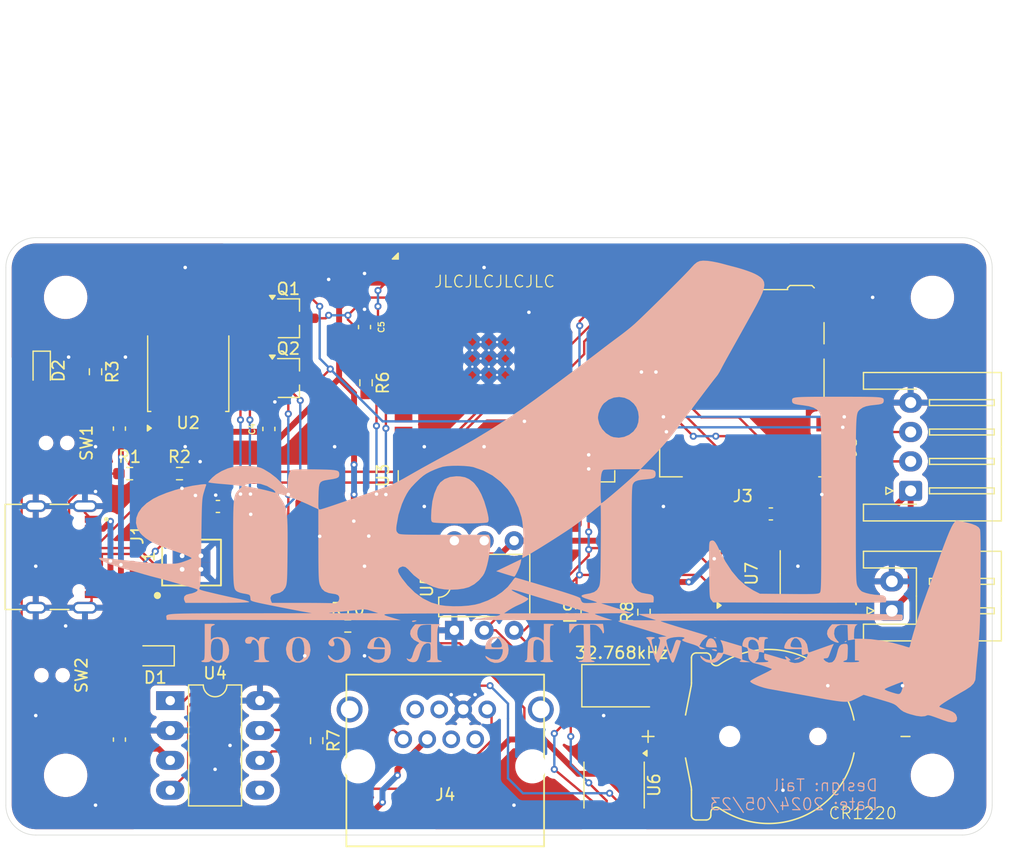
<source format=kicad_pcb>
(kicad_pcb (version 20240108) (generator "pcbnew") (generator_version "8.0")
  (layers (0 "F.Cu" signal) (31 "B.Cu" signal) (34 "B.Paste" user) (35 "F.Paste" user) (36 "B.SilkS" user "B.Silkscreen") (37 "F.SilkS" user "F.Silkscreen") (38 "B.Mask" user) (39 "F.Mask" user) (44 "Edge.Cuts" user))
  (net 0 "")
  (net 1 "GND")
  (net 2 "ext.5V")
  (net 3 "Net-(U1-V3)")
  (net 4 "3.3V")
  (net 5 "EN")
  (net 6 "IO 0")
  (net 7 "Net-(D1-A)")
  (net 8 "Net-(D2-A)")
  (net 9 "DN")
  (net 10 "DP")
  (net 13 "Net-(J1-CC2)")
  (net 14 "Net-(J1-CC1)")
  (net 16 "CLK")
  (net 17 "DAT0")
  (net 20 "DAT3")
  (net 21 "CMD")
  (net 30 "Net-(U4-CANH)")
  (net 32 "Net-(U4-CANL)")
  (net 33 "UART2-GPStoESP")
  (net 34 "UART2-ESPtoGPS")
  (net 35 "RTS")
  (net 36 "Net-(Q1-B)")
  (net 37 "Net-(Q2-B)")
  (net 38 "DTR")
  (net 39 "SDA")
  (net 40 "SCL")
  (net 41 "K-TX>RX")
  (net 42 "32-TX>RX")
  (net 60 "CANTX")
  (net 64 "CANRX")
  (net 68 "Net-(U6-VBAT)")
  (net 69 "Net-(U6-SQW{slash}OUT)")
  (net 70 "Net-(U6-X2)")
  (net 71 "Net-(U6-X1)")
  (footprint "RF_Module:ESP32-WROOM-32E" (layer "F.Cu") (at 192.405 78.94)
    (property "Reference" "U3")
    (property "Value" "ESP32-WROOM-32E")
  )
  (footprint "MountingHole:MountingHole_3.2mm_M3" (layer "F.Cu") (at 154.94 116.84)
    (property "Reference" "REF**" (hide yes))
    (property "Value" "MountingHole_3.2mm_M3" (hide yes))
  )
  (footprint "Package_DIP:DIP-6_W7.62mm" (layer "F.Cu") (at 187.975 104.511 90)
    (property "Reference" "U5")
    (property "Value" "akizuki-BMX055")
  )
  (footprint "snapEDA:NELTRON_5077CR-16SMC2-BK-TR" (layer "F.Cu") (at 156.08 98.27 -90)
    (property "Reference" "J1")
    (property "Value" "5077CR-16SMC2-BK-TR")
  )
  (footprint "Resistor_SMD:R_0603_1608Metric_Pad0.98x0.95mm_HandSolder" (layer "F.Cu") (at 180.467 83.4625 -90)
    (property "Reference" "R6")
    (property "Value" "10k")
  )
  (footprint "SparkFun-Capacitor:C_0603_1608Metric" (layer "F.Cu") (at 159.512 113.805 90)
    (property "Reference" "C7")
    (property "Value" "0.1μ")
  )
  (footprint "Resistor_SMD:R_0603_1608Metric_Pad0.98x0.95mm_HandSolder" (layer "F.Cu") (at 157.48 82.5265 -90)
    (property "Reference" "R3")
    (property "Value" "1k")
  )
  (footprint "Connector_JST:JST_XH_S4B-XH-A-1_1x04_P2.50mm_Horizontal" (layer "F.Cu") (at 226.75 92.65 90)
    (property "Reference" "J5")
    (property "Value" "B4B-XH-A_LF__SN_")
  )
  (footprint "Button_Switch_additional:TVAF06-A020B-R" (layer "F.Cu") (at 153.786 108.331)
    (property "Reference" "SW2")
    (property "Value" "SW_Push")
  )
  (footprint "SparkFun-Capacitor:C_0603_1608Metric" (layer "F.Cu") (at 164.579 93.98)
    (property "Reference" "C2")
    (property "Value" "0.1μ")
  )
  (footprint "Package_TO_SOT_SMD:SC-59_Handsoldering" (layer "F.Cu") (at 173.864 83.058)
    (property "Reference" "Q2")
    (property "Value" "2SC2712-GR")
  )
  (footprint "LED_SMD:LED_0603_1608Metric_Pad1.05x0.95mm_HandSolder" (layer "F.Cu") (at 152.908 82.437 -90)
    (property "Reference" "D2")
    (property "Value" "LED")
  )
  (footprint "Resistor_SMD:R_0603_1608Metric_Pad0.98x0.95mm_HandSolder" (layer "F.Cu") (at 204.089 102.9735 90)
    (property "Reference" "R8")
    (property "Value" "10k")
  )
  (footprint "SparkFun-Capacitor:C_0603_1608Metric" (layer "F.Cu") (at 167.881 93.98)
    (property "Reference" "C1")
    (property "Value" "0.1μ")
  )
  (footprint "Connector_JST:JST_XH_S2B-XH-A_1x02_P2.50mm_Horizontal" (layer "F.Cu") (at 225.15 102.85 90)
    (property "Reference" "J2")
    (property "Value" "B2B-XH-A_LF__SN_")
  )
  (footprint "SparkFun-Capacitor:C_0603_1608Metric" (layer "F.Cu") (at 202.184 94.615 180)
    (property "Reference" "C6")
    (property "Value" "0.1μ")
  )
  (footprint "SparkFun-Capacitor:C_0603_1608Metric" (layer "F.Cu") (at 172.212 87.389 90)
    (property "Reference" "C4")
    (property "Value" "22μF")
  )
  (footprint "Button_Switch_additional:TVAF06-A020B-R" (layer "F.Cu") (at 154.178 88.58 180)
    (property "Reference" "SW1")
    (property "Value" "SW_Push" (hide yes))
  )
  (footprint "Resistor_SMD:R_0603_1608Metric_Pad0.98x0.95mm_HandSolder" (layer "F.Cu") (at 164.6155 91.186)
    (property "Reference" "R2")
    (property "Value" "5.1k")
  )
  (footprint "Diode_SMD:D_SOD-323F" (layer "F.Cu") (at 162.56 106.68 180)
    (property "Reference" "D1")
    (property "Value" "CUHS20F30")
  )
  (footprint "SparkFun-Capacitor:C_0603_1608Metric" (layer "F.Cu") (at 159.512 87.363 90)
    (property "Reference" "C3")
    (property "Value" "10μF")
  )
  (footprint "SparkFun-Capacitor:C_0603_1608Metric" (layer "F.Cu") (at 214.871 94.615)
    (property "Reference" "C8")
    (property "Value" "100μF")
  )
  (footprint "Package_SO:SOIC-8_3.9x4.9mm_P1.27mm" (layer "F.Cu") (at 201.549 117.667 -90)
    (property "Reference" "U6")
    (property "Value" "DS1307ZN+")
  )
  (footprint "Resistor_SMD:R_0603_1608Metric_Pad0.98x0.95mm_HandSolder" (layer "F.Cu") (at 171.4265 97.028)
    (property "Reference" "R5")
    (property "Value" "10k")
  )
  (footprint "Crystal:Crystal_SMD_5032-2Pin_5.0x3.2mm" (layer "F.Cu") (at 201.858 109.22)
    (property "Reference" "Y1" (hide yes))
    (property "Value" "32.768kHz")
  )
  (footprint "Package_TO_SOT_SMD:SC-59_Handsoldering" (layer "F.Cu") (at 173.864 77.978)
    (property "Reference" "Q1")
    (property "Value" "2SC2712-GR")
  )
  (footprint "MountingHole:MountingHole_3.2mm_M3" (layer "F.Cu") (at 154.94 76.2)
    (property "Reference" "REF**" (hide yes))
    (property "Value" "MountingHole_3.2mm_M3" (hide yes))
  )
  (footprint "Resistor_SMD:R_0603_1608Metric_Pad0.98x0.95mm_HandSolder" (layer "F.Cu") (at 160.3775 91.186)
    (property "Reference" "R1")
    (property "Value" "5.1k")
  )
  (footprint "MountingHole:MountingHole_3.2mm_M3" (layer "F.Cu") (at 228.6 76.2)
    (property "Reference" "REF**" (hide yes))
    (property "Value" "MountingHole_3.2mm_M3" (hide yes))
  )
  (footprint "MountingHole:MountingHole_3.2mm_M3" (layer "F.Cu") (at 228.6 116.84)
    (property "Reference" "REF**" (hide yes))
    (property "Value" "MountingHole_3.2mm_M3" (hide yes))
  )
  (footprint "Resistor_SMD:R_0603_1608Metric_Pad0.98x0.95mm_HandSolder" (layer "F.Cu") (at 178.9195 104.14)
    (property "Reference" "R10")
    (property "Value" "4.7k or 5.1k")
  )
  (footprint "Connector_Card:microSD_HC_Hirose_DM3AT-SF-PEJM5" (layer "F.Cu") (at 212.415 83.575 180)
    (property "Reference" "J3")
    (property "Value" "DM3AT-SF-PEJM5")
  )
  (footprint "0my_project:ESSOP-10_CH224K" (layer "F.Cu") (at 165.64 98.75 90)
    (property "Reference" "U1")
    (property "Value" "CH340K")
  )
  (footprint "Resistor_SMD:R_0603_1608Metric_Pad0.98x0.95mm_HandSolder" (layer "F.Cu") (at 176.276 113.8955 -90)
    (property "Reference" "R7")
    (property "Value" "120")
  )
  (footprint "Package_SO:SOIC-8_3.9x4.9mm_P1.27mm" (layer "F.Cu") (at 213.106 99.695 90)
    (property "Reference" "U7")
    (property "Value" "ADT7410")
  )
  (footprint "Package_DIP:DIP-8_W7.62mm_LongPads" (layer "F.Cu") (at 163.83 110.49)
    (property "Reference" "U4")
    (property "Value" "MCP2561-E-P")
  )
  (footprint "Resistor_SMD:R_0603_1608Metric_Pad0.98x0.95mm_HandSolder" (layer "F.Cu") (at 171.4265 101.346)
    (property "Reference" "R4")
    (property "Value" "10k")
  )
  (footprint "Resistor_SMD:R_0603_1608Metric_Pad0.98x0.95mm_HandSolder" (layer "F.Cu") (at 199.263 102.9735 90)
    (property "Reference" "R9")
    (property "Value" "10k")
  )
  (footprint "snapEDA:BAT_CH291-1220LF" (layer "F.Cu") (at 215.437 113.538)
    (property "Reference" "button_BAT1" (hide yes))
    (property "Value" "3.3v")
  )
  (footprint "KUT_Connector.pretty-master:7810-8P8C" (layer "F.Cu") (at 187.198 116.078)
    (property "Reference" "J4")
    (property "Value" "RJ45")
  )
  (footprint "SparkFun-Capacitor:C_0603_1608Metric" (layer "F.Cu") (at 180.34 78.727 -90)
    (property "Reference" "C5")
    (property "Value" "0.1μ")
  )
  (footprint "Package_TO_SOT_SMD:TO-252-2" (layer "F.Cu") (at 165.36 82.59 90)
    (property "Reference" "U2")
    (property "Value" "NJM2845DL1-33")
  )
  (footprint "X-user:lien" (layer "B.Cu") (at 197.358 91.186 180)
    (property "Reference" "G***" (hide yes))
    (property "Value" "LOGO" (hide yes))
  )
  (gr_line (start 233.68 73.66) (end 233.68 119.38) (stroke (width 0.05)) (layer "Edge.Cuts"))
  (gr_arc (start 233.68 119.38) (mid 232.936051 121.176051) (end 231.14 121.92) (stroke (width 0.05)) (layer "Edge.Cuts"))
  (gr_line (start 152.4 71.12) (end 231.14 71.12) (stroke (width 0.05)) (layer "Edge.Cuts"))
  (gr_line (start 231.14 121.92) (end 152.4 121.92) (stroke (width 0.05)) (layer "Edge.Cuts"))
  (gr_arc (start 149.86 73.66) (mid 150.603949 71.863949) (end 152.4 71.12) (stroke (width 0.05)) (layer "Edge.Cuts"))
  (gr_arc (start 231.14 71.12) (mid 232.936051 71.863949) (end 233.68 73.66) (stroke (width 0.05)) (layer "Edge.Cuts"))
  (gr_arc (start 152.4 121.92) (mid 150.603949 121.176051) (end 149.86 119.38) (stroke (width 0.05)) (layer "Edge.Cuts"))
  (gr_line (start 149.86 119.38) (end 149.86 73.66) (stroke (width 0.05)) (layer "Edge.Cuts"))
  (gr_text "Design: Tail\nDate: 2024/05/23" (at 224.028 119.888 0) (layer "B.SilkS") (effects (font (size 1 1) (thickness 0.1)) (justify left bottom mirror)))
  (gr_text "JLCJLCJLCJLC" (at 186.182 75.438 0) (layer "F.SilkS") (effects (font (size 1 1) (thickness 0.1)) (justify left bottom)))
  (gr_text "CR1220" (at 219.71 120.65 0) (layer "F.SilkS") (effects (font (size 1 1) (thickness 0.1)) (justify left bottom)))
  (segment (start 162.065 90.411) (end 164.753 90.411) (width 0.2) (layer "F.Cu") (net 1))
  (segment (start 164.753 90.411) (end 165.528 91.186) (width 0.2) (layer "F.Cu") (net 1))
  (segment (start 165.970365 93.363635) (end 165.354 93.98) (width 0.2) (layer "F.Cu") (net 1))
  (segment (start 165.970365 93.043409) (end 165.970365 93.363635) (width 0.2) (layer "F.Cu") (net 1))
  (segment (start 165.528 91.733774) (end 164.825887 92.435887) (width 0.2) (layer "F.Cu") (net 1))
  (segment (start 165.528 91.186) (end 165.528 91.733774) (width 0.2) (layer "F.Cu") (net 1))
  (segment (start 156.58 94.505) (end 157.145 95.07) (width 0.2) (layer "F.Cu") (net 1))
  (segment (start 167.693417 93.017417) (end 167.693417 93.392583) (width 0.2) (layer "F.Cu") (net 1))
  (segment (start 180.34 77.952) (end 180.34 77.216) (width 0.2) (layer "F.Cu") (net 1))
  (segment (start 180.34 74.168) (end 180.828 73.68) (width 0.2) (layer "F.Cu") (net 1))
  (segment (start 157.145 101.47) (end 157.145 102.025) (width 0.2) (layer "F.Cu") (net 1))
  (segment (start 167.693417 93.392583) (end 167.106 93.98) (width 0.2) (layer "F.Cu") (net 1))
  (segment (start 180.828 73.68) (end 183.655 73.68) (width 0.2) (layer "F.Cu") (net 1))
  (segment (start 156.58 93.95) (end 156.58 94.505) (width 0.2) (layer "F.Cu") (net 1))
  (segment (start 164.84 98.175) (end 165.64 98.975) (width 0.5) (layer "F.Cu") (net 1))
  (segment (start 157.145 102.025) (end 156.58 102.59) (width 0.2) (layer "F.Cu") (net 1))
  (segment (start 165.64 98.975) (end 165.64 101.6) (width 0.5) (layer "F.Cu") (net 1))
  (segment (start 161.29 91.186) (end 162.065 90.411) (width 0.2) (layer "F.Cu") (net 1))
  (via (at 194.31 77.47) (size 0.6) (drill 0.3) (layers "F.Cu" "B.Cu") (net 1))
  (via (at 157.48 119.38) (size 0.6) (drill 0.3) (layers "F.Cu" "B.Cu") (net 1))
  (via (at 190.5 73.66) (size 0.6) (drill 0.3) (layers "F.Cu" "B.Cu") (net 1))
  (via (at 160.02 81.28) (size 0.6) (drill 0.3) (layers "F.Cu" "B.Cu") (net 1))
  (via (at 172.72 85.09) (size 0.6) (drill 0.3) (layers "F.Cu" "B.Cu") (net 1))
  (via (at 180.34 99.06) (size 0.6) (drill 0.3) (layers "F.Cu" "B.Cu") (net 1))
  (via (at 185.42 88.9) (size 0.6) (drill 0.3) (layers "F.Cu" "B.Cu") (net 1))
  (via (at 164.825887 92.435887) (size 0.6) (drill 0.3) (layers "F.Cu" "B.Cu") (net 1))
  (via (at 219.71 109.22) (size 0.6) (drill 0.3) (layers "F.Cu" "B.Cu") (net 1))
  (via (at 180.34 74.168) (size 0.6) (drill 0.3) (layers "F.Cu" "B.Cu") (net 1))
  (via (at 180.34 106.68) (size 0.6) (drill 0.3) (layers "F.Cu" "B.Cu") (net 1))
  (via (at 187.706 109.982) (size 0.6) (drill 0.3) (layers "F.Cu" "B.Cu") (net 1))
  (via (at 168.91 114.3) (size 0.6) (drill 0.3) (layers "F.Cu" "B.Cu") (net 1))
  (via (at 177.292 74.676) (size 0.6) (drill 0.3) (layers "F.Cu" "B.Cu") (net 1))
  (via (at 223.52 76.2) (size 0.6) (drill 0.3) (layers "F.Cu" "B.Cu") (net 1))
  (via (at 190.5 88.9) (size 0.6) (drill 0.3) (layers "F.Cu" "B.Cu") (net 1))
  (via (at 167.693417 93.017417) (size 0.6) (drill 0.3) (layers "F.Cu" "B.Cu") (net 1))
  (via (at 154.94 104.14) (size 0.6) (drill 0.3) (layers "F.Cu" "B.Cu") (net 1))
  (via (at 180.34 77.216) (size 0.6) (drill 0.3) (layers "F.Cu" "B.Cu") (net 1))
  (via (at 217.17 99.06) (size 0.6) (drill 0.3) (layers "F.Cu" "B.Cu") (net 1))
  (via (at 166.37 90.17) (size 0.6) (drill 0.3) (layers "F.Cu" "B.Cu") (net 1))
  (via (at 219.202 92.964) (size 0.6) (drill 0.3) (layers "F.Cu" "B.Cu") (net 1))
  (via (at 152.4 111.76) (size 0.6) (drill 0.3) (layers "F.Cu" "B.Cu") (net 1))
  (via (at 165.1 73.66) (size 0.6) (drill 0.3) (layers "F.Cu" "B.Cu") (net 1))
  (via (at 177.8 88.9) (size 0.6) (drill 0.3) (layers "F.Cu" "B.Cu") (net 1))
  (via (at 176.53 96.52) (size 0.6) (drill 0.3) (layers "F.Cu" "B.Cu") (net 1))
  (via (at 157.48 88.9) (size 0.6) (drill 0.3) (layers "F.Cu" "B.Cu") (net 1))
  (via (at 200.66 111.76) (size 0.6) (drill 0.3) (layers "F.Cu" "B.Cu") (net 1))
  (via (at 175.26 106.68) (size 0.6) (drill 0.3) (layers "F.Cu" "B.Cu") (net 1))
  (via (at 155.194 81.28) (size 0.6) (drill 0.3) (layers "F.Cu" "B.Cu") (net 1))
  (via (at 215.9 118.11) (size 0.6) (drill 0.3) (layers "F.Cu" "B.Cu") (net 1))
  (via (at 165.1 88.9) (size 0.6) (drill 0.3) (layers "F.Cu" "B.Cu") (net 1))
  (via (at 185.42 93.98) (size 0.6) (drill 0.3) (layers "F.Cu" "B.Cu") (net 1))
  (via (at 165.970365 93.043409) (size 0.6) (drill 0.3) (layers "F.Cu" "B.Cu") (net 1))
  (via (at 157.48 92.71) (size 0.6) (drill 0.3) (layers "F.Cu" "B.Cu") (net 1))
  (via (at 189.738 109.982) (size 0.6) (drill 0.3) (layers "F.Cu" "B.Cu") (net 1))
  (via (at 193.04 119.38) (size 0.6) (drill 0.3) (layers "F.Cu" "B.Cu") (net 1))
  (via (at 152.4 99.06) (size 0.6) (drill 0.3) (layers "F.Cu" "B.Cu") (net 1))
  (via (at 167.64 116.332) (size 0.6) (drill 0.3) (layers "F.Cu" "B.Cu") (net 1))
  (via (at 205.74 93.98) (size 0.6) (drill 0.3) (layers "F.Cu" "B.Cu") (net 1))
  (via (at 226.06 109.22) (size 0.6) (drill 0.3) (layers "F.Cu" "B.Cu") (net 1))
  (segment (start 180.34 76.708) (end 180.34 74.168) (width 0.2) (layer "B.Cu") (net 1))
  (segment (start 165.362843 92.435887) (end 165.970365 93.043409) (width 0.2) (layer "B.Cu") (net 1))
  (segment (start 180.34 77.216) (end 180.34 76.708) (width 0.2) (layer "B.Cu") (net 1))
  (segment (start 164.825887 92.435887) (end 165.362843 92.435887) (width 0.2) (layer "B.Cu") (net 1))
  (segment (start 165.970365 93.043409) (end 167.667425 93.043409) (width 0.2) (layer "B.Cu") (net 1))
  (segment (start 167.667425 93.043409) (end 167.693417 93.017417) (width 0.2) (layer "B.Cu") (net 1))
  (segment (start 193.923 113.659) (end 194.056 113.792) (width 0.2) (layer "F.Cu") (net 2))
  (segment (start 167.686 94.95) (end 166.74 94.95) (width 0.2) (layer "F.Cu") (net 2))
  (segment (start 211.074 120.142) (end 213.868 117.348) (width 0.5) (layer "F.Cu") (net 2))
  (segment (start 226.75 92.65) (end 226.75 101.25) (width 0.5) (layer "F.Cu") (net 2))
  (segment (start 164.4904 105.68) (end 164.4904 106.68) (width 0.5) (layer "F.Cu") (net 2))
  (segment (start 157.48 81.614) (end 163.08 87.214) (width 0.5) (layer "F.Cu") (net 2))
  (segment (start 178.816 120.65) (end 185.801 120.65) (width 0.5) (layer "F.Cu") (net 2))
  (segment (start 180.34 120.65) (end 181.864 119.126) (width 0.5) (layer "F.Cu") (net 2))
  (segment (start 159.639 88.265) (end 159.512 88.138) (width 0.5) (layer "F.Cu") (net 2))
  (segment (start 159.512 88.138) (end 162.572 88.138) (width 0.5) (layer "F.Cu") (net 2))
  (segment (start 211.201 96.662316) (end 211.201 97.22) (width 0.5) (layer "F.Cu") (net 2))
  (segment (start 159.639 100.8286) (end 159.639 98.933) (width 0.5) (layer "F.Cu") (net 2))
  (segment (start 213.868 108.966) (end 213.868 117.348) (width 0.5) (layer "F.Cu") (net 2))
  (segment (start 203.454 119.507) (end 203.454 120.142) (width 0.5) (layer "F.Cu") (net 2))
  (segment (start 163.485 106.68) (end 164.4904 106.68) (width 0.5) (layer "F.Cu") (net 2))
  (segment (start 205.613 105.41) (end 210.312 105.41) (width 0.5) (layer "F.Cu") (net 2))
  (segment (start 159.512 114.58) (end 159.512 118.872) (width 0.5) (layer "F.Cu") (net 2))
  (segment (start 199.263 102.061) (end 200.359 102.061) (width 0.5) (layer "F.Cu") (net 2))
  (segment (start 215.021 95.54) (end 223.86 95.54) (width 0.5) (layer "F.Cu") (net 2))
  (segment (start 194.056 113.792) (end 195.58 113.792) (width 0.5) (layer "F.Cu") (net 2))
  (segment (start 159.639 100.8286) (end 164.4904 105.68) (width 0.5) (layer "F.Cu") (net 2))
  (segment (start 193.923 111.119) (end 193.923 113.659) (width 0.2) (layer "F.Cu") (net 2))
  (segment (start 195.58 113.792) (end 198.501 116.713) (width 0.5) (layer "F.Cu") (net 2))
  (segment (start 200.359 102.061) (end 202.184 103.886) (width 0.5) (layer "F.Cu") (net 2))
  (segment (start 192.659 113.792) (end 194.056 113.792) (width 0.5) (layer "F.Cu") (net 2))
  (segment (start 204.089 103.886) (end 205.613 105.41) (width 0.5) (layer "F.Cu") (net 2))
  (segment (start 185.801 120.65) (end 192.659 113.792) (width 0.5) (layer "F.Cu") (net 2))
  (segment (start 159.512 118.872) (end 161.29 120.65) (width 0.5) (layer "F.Cu") (net 2))
  (segment (start 202.184 103.886) (end 204.089 103.886) (width 0.5) (layer "F.Cu") (net 2))
  (segment (start 159.512 114.58) (end 160.437 113.655) (width 0.5) (layer "F.Cu") (net 2))
  (segment (start 161.29 120.65) (end 178.816 120.65) (width 0.5) (layer "F.Cu") (net 2))
  (segment (start 168.656 93.98) (end 167.686 94.95) (width 0.2) (layer "F.Cu") (net 2))
  (segment (start 223.86 95.54) (end 226.75 92.65) (width 0.5) (layer "F.Cu") (net 2))
  (segment (start 160.437 109.728) (end 163.485 106.68) (width 0.5) (layer "F.Cu") (net 2))
  (segment (start 183.134 116.84) (end 183.134 116.312) (width 0.5) (layer "F.Cu") (net 2))
  (segment (start 226.75 101.25) (end 225.15 102.85) (width 0.5) (layer "F.Cu") (net 2))
  (segment (start 163.23 97.12) (end 162.56 97.79) (width 0.2) (layer "F.Cu") (net 2))
  (segment (start 160.437 113.655) (end 160.437 109.728) (width 0.5) (layer "F.Cu") (net 2))
  (segment (start 214.096 94.615) (end 213.248316 94.615) (width 0.5) (layer "F.Cu") (net 2))
  (segment (start 159.512 114.58) (end 162.84 114.58) (width 0.5) (layer "F.Cu") (net 2))
  (segment (start 202.018235 100.401765) (end 207.899 100.401765) (width 0.5) (layer "F.Cu") (net 2))
  (segment (start 210.058 98.425) (end 210.058 98.363) (width 0.5) (layer "F.Cu") (net 2))
  (segment (start 159.639 89.789) (end 159.639 88.265) (width 0.5) (layer "F.Cu") (net 2))
  (segment (start 213.248316 94.615) (end 211.201 96.662316) (width 0.5) (layer "F.Cu") (net 2))
  (segment (start 165.97 97.12) (end 163.23 97.12) (width 0.2) (layer "F.Cu") (net 2))
  (segment (start 162.572 88.138) (end 163.08 87.63) (width 0.5) (layer "F.Cu") (net 2))
  (segment (start 166.74 94.95) (end 166.64 95.05) (width 0.2) (layer "F.Cu") (net 2))
  (segment (start 200.66 116.713) (end 203.454 119.507) (width 0.5) (layer "F.Cu") (net 2))
  (segment (start 203.454 120.142) (end 211.074 120.142) (width 0.5) (layer "F.Cu") (net 2))
  (segment (start 210.312 105.41) (end 213.868 108.966) (width 0.5) (layer "F.Cu") (net 2))
  (segment (start 214.096 94.615) (end 215.021 95.54) (width 0.5) (layer "F.Cu") (net 2))
  (segment (start 198.501 116.713) (end 200.66 116.713) (width 0.5) (layer "F.Cu") (net 2))
  (segment (start 179.832 104.14) (end 181.303 105.611) (width 0.2) (layer "F.Cu") (net 2))
  (segment (start 166.64 96.45) (end 165.97 97.12) (width 0.2) (layer "F.Cu") (net 2))
  (segment (start 188.415 105.611) (end 193.923 111.119) (width 0.2) (layer "F.Cu") (net 2))
  (segment (start 163.08 87.214) (end 163.08 87.63) (width 0.5) (layer "F.Cu") (net 2))
  (segment (start 200.359 102.061) (end 202.018235 100.401765) (width 0.5) (layer "F.Cu") (net 2))
  (segment (start 181.303 105.611) (end 188.415 105.611) (width 0.2) (layer "F.Cu") (net 2))
  (segment (start 183.134 116.312) (end 185.668 113.778) (width 0.5) (layer "F.Cu") (net 2))
  (segment (start 166.64 95.9) (end 166.64 96.45) (width 0.2) (layer "F.Cu") (net 2))
  (segment (start 162.84 114.58) (end 163.83 115.57) (width 0.5) (layer "F.Cu") (net 2))
  (segment (start 210.058 98.363) (end 211.201 97.22) (width 0.5) (layer "F.Cu") (net 2))
  (segment (start 178.816 120.65) (end 180.34 120.65) (width 0.5) (layer "F.Cu") (net 2))
  (segment (start 166.64 95.05) (end 166.64 95.9) (width 0.2) (layer "F.Cu") (net 2))
  (via (at 159.639 89.789) (size 0.5) (drill 0.3) (layers "F.Cu" "B.Cu") (net 2))
  (via (at 162.56 97.79) (size 0.6) (drill 0.3) (layers "F.Cu" "B.Cu") (net 2))
  (via (at 181.864 119.126) (size 0.6) (drill 0.3) (layers "F.Cu" "B.Cu") (net 2))
  (via (at 159.639 98.933) (size 0.5) (drill 0.3) (layers "F.Cu" "B.Cu") (net 2))
  (via (at 207.899 100.401765) (size 0.6) (drill 0.3) (layers "F.Cu" "B.Cu") (net 2))
  (via (at 183.134 116.84) (size 0.6) (drill 0.3) (layers "F.Cu" "B.Cu") (net 2))
  (via (at 210.058 98.425) (size 0.6) (drill 0.3) (layers "F.Cu" "B.Cu") (net 2))
  (segment (start 161.417 98.933) (end 159.639 98.933) (width 0.2) (layer "B.Cu") (net 2))
  (segment (start 162.56 97.79) (end 161.417 98.933) (width 0.2) (layer "B.Cu") (net 2))
  (segment (start 208.081235 100.401765) (end 210.058 98.425) (width 0.5) (layer "B.Cu") (net 2))
  (segment (start 181.864 118.11) (end 183.134 116.84) (width 0.5) (layer "B.Cu") (net 2))
  (segment (start 207.899 100.401765) (end 208.081235 100.401765) (width 0.5) (layer "B.Cu") (net 2))
  (segment (start 181.864 119.126) (end 181.864 118.11) (width 0.5) (layer "B.Cu") (net 2))
  (segment (start 159.639 98.933) (end 159.639 89.789) (width 0.5) (layer "B.Cu") (net 2))
  (segment (start 163.64 94.144) (end 163.804 93.98) (width 0.2) (layer "F.Cu") (net 3))
  (segment (start 163.64 95.9) (end 163.64 94.144) (width 0.2) (layer "F.Cu") (net 3))
  (segment (start 182.153 74.95) (end 183.655 74.95) (width 0.2) (layer "F.Cu") (net 4))
  (segment (start 208.099 96.891) (end 193.055 96.891) (width 0.5) (layer "F.Cu") (net 4))
  (segment (start 178.181 77.089) (end 180.32 74.95) (width 0.5) (layer "F.Cu") (net 4))
  (segment (start 179.428689 92.986311) (end 179.451 92.964) (width 0.5) (layer "F.Cu") (net 4))
  (segment (start 180.32 74.95) (end 183.655 74.95) (width 0.5) (layer "F.Cu") (net 4))
  (segment (start 187.975 96.891) (end 181.092 96.891) (width 0.5) (layer "F.Cu") (net 4))
  (segment (start 172.212 88.164) (end 173.113828 88.164) (width 0.5) (layer "F.Cu") (net 4))
  (segment (start 180.467 82.55) (end 181.483 81.534) (width 0.2) (layer "F.Cu") (net 4))
  (segment (start 179.428689 95.227689) (end 179.428689 92.986311) (width 0.5) (layer "F.Cu") (net 4))
  (segment (start 212.94 91.3) (end 212.94 92.05) (width 0.5) (layer "F.Cu") (net 4))
  (segment (start 212.94 92.05) (end 208.099 96.891) (width 0.5) (layer "F.Cu") (net 4))
  (segment (start 167.64 87.63) (end 171.678 87.63) (width 0.5) (layer "F.Cu") (net 4))
  (segment (start 173.113828 88.164) (end 178.181 83.096828) (width 0.5) (layer "F.Cu") (net 4))
  (segment (start 171.678 87.63) (end 172.212 88.164) (width 0.5) (layer "F.Cu") (net 4))
  (segment (start 179.451 90.430157) (end 179.451 84.366828) (width 0.5) (layer "F.Cu") (net 4))
  (segment (start 179.451 84.366828) (end 178.181 83.096828) (width 0.5) (layer "F.Cu") (net 4))
  (segment (start 193.055 96.891) (end 191.805 98.141) (width 0.5) (layer "F.Cu") (net 4))
  (segment (start 189.225 98.141) (end 187.975 96.891) (width 0.5) (layer "F.Cu") (net 4))
  (segment (start 181.483 81.534) (end 181.483 76.962) (width 0.2) (layer "F.Cu") (net 4))
  (segment (start 181.092 96.891) (end 180.700765 96.499765) (width 0.5) (layer "F.Cu") (net 4))
  (segment (start 178.181 83.096828) (end 178.181 77.089) (width 0.5) (layer "F.Cu") (net 4))
  (segment (start 181.483 75.62) (end 182.153 74.95) (width 0.2) (layer "F.Cu") (net 4))
  (segment (start 191.805 98.141) (end 189.225 98.141) (width 0.5) (layer "F.Cu") (net 4))
  (via (at 180.700765 96.499765) (size 0.6) (drill 0.3) (layers "F.Cu" "B.Cu") (net 4))
  (via (at 179.451 92.964) (size 0.6) (drill 0.3) (layers "F.Cu" "B.Cu") (net 4))
  (via (at 181.483 76.962) (size 0.6) (drill 0.3) (layers "F.Cu" "B.Cu") (net 4))
  (via (at 179.428689 95.227689) (size 0.6) (drill 0.3) (layers "F.Cu" "B.Cu") (net 4))
  (via (at 179.451 90.430157) (size 0.6) (drill 0.3) (layers "F.Cu" "B.Cu") (net 4))
  (via (at 181.483 75.62) (size 0.6) (drill 0.3) (layers "F.Cu" "B.Cu") (net 4))
  (segment (start 181.483 76.962) (end 181.483 75.62) (width 0.2) (layer "B.Cu") (net 4))
  (segment (start 179.451 92.964) (end 179.451 90.430157) (width 0.5) (layer "B.Cu") (net 4))
  (segment (start 180.700765 96.499765) (end 179.428689 95.227689) (width 0.5) (layer "B.Cu") (net 4))
  (segment (start 162.235686 76.328) (end 157.883686 80.68) (width 0.2) (layer "F.Cu") (net 5))
  (segment (start 157.883686 80.68) (end 152.498278 80.68) (width 0.2) (layer "F.Cu") (net 5))
  (segment (start 179.692 83.6) (end 180.467 84.375) (width 0.2) (layer "F.Cu") (net 5))
  (segment (start 180.435 76.22) (end 183.655 76.22) (width 0.2) (layer "F.Cu") (net 5))
  (segment (start 152.133 88.76) (end 154.178 90.805) (width 0.2) (layer "F.Cu") (net 5))
  (segment (start 152.498278 80.68) (end 152.133 81.045278) (width 0.2) (layer "F.Cu") (net 5))
  (segment (start 178.931 77.724) (end 180.435 76.22) (width 0.2) (layer "F.Cu") (net 5))
  (segment (start 173.864 76.328) (end 162.235686 76.328) (width 0.2) (layer "F.Cu") (net 5))
  (segment (start 152.133 81.045278) (end 152.133 88.76) (width 0.2) (layer "F.Cu") (net 5))
  (segment (start 180.34 79.502) (end 179.692 80.15) (width 0.2) (layer "F.Cu") (net 5))
  (segment (start 179.692 80.15) (end 179.692 83.6) (width 0.2) (layer "F.Cu") (net 5))
  (segment (start 177.038 77.978) (end 177.292 77.724) (width 0.2) (layer "F.Cu") (net 5))
  (segment (start 178.931 77.724) (end 178.931 78.093) (width 0.2) (layer "F.Cu") (net 5))
  (segment (start 175.514 77.978) (end 177.038 77.978) (width 0.2) (layer "F.Cu") (net 5))
  (segment (start 175.514 77.978) (end 173.864 76.328) (width 0.2) (layer "F.Cu") (net 5))
  (segment (start 178.931 78.093) (end 180.34 79.502) (width 0.2) (layer "F.Cu") (net 5))
  (via (at 177.292 77.724) (size 0.6) (drill 0.3) (layers "F.Cu" "B.Cu") (net 5))
  (via (at 178.931 77.724) (size 0.6) (drill 0.3) (layers "F.Cu" "B.Cu") (net 5))
  (segment (start 177.292 77.724) (end 178.931 77.724) (width 0.2) (layer "B.Cu") (net 5))
  (segment (start 194.31 86.741) (end 197.759 90.19) (width 0.2) (layer "F.Cu") (net 6))
  (segment (start 153.237592 79.375) (end 158.496 79.375) (width 0.2) (layer "F.Cu") (net 6))
  (segment (start 158.623 79.375) (end 162.96 75.038) (width 0.2) (layer "F.Cu") (net 6))
  (segment (start 201.409 94.615) (end 201.409 90.444) (width 0.2) (layer "F.Cu") (net 6))
  (segment (start 197.759 90.19) (end 201.155 90.19) (width 0.2) (layer "F.Cu") (net 6))
  (segment (start 201.409 90.444) (end 201.155 90.19) (width 0.2) (layer "F.Cu") (net 6))
  (segment (start 158.496 79.375) (end 158.623 79.375) (width 0.2) (layer "F.Cu") (net 6))
  (segment (start 162.96 75.038) (end 174.606 75.038) (width 0.2) (layer "F.Cu") (net 6))
  (segment (start 151.2 81.412592) (end 153.237592 79.375) (width 0.2) (layer "F.Cu") (net 6))
  (segment (start 151.2 103.52) (end 151.2 81.412592) (width 0.2) (layer "F.Cu") (net 6))
  (segment (start 176.669 83.058) (end 177.431 82.296) (width 0.2) (layer "F.Cu") (net 6))
  (segment (start 174.606 75.038) (end 176.53 76.962) (width 0.2) (layer "F.Cu") (net 6))
  (segment (start 153.786 106.106) (end 151.2 103.52) (width 0.2) (layer "F.Cu") (net 6))
  (segment (start 175.514 83.058) (end 176.669 83.058) (width 0.2) (layer "F.Cu") (net 6))
  (segment (start 193.929 86.741) (end 194.31 86.741) (width 0.2) (layer "F.Cu") (net 6))
  (via (at 193.929 86.741) (size 0.6) (drill 0.3) (layers "F.Cu" "B.Cu") (net 6))
  (via (at 177.431 82.296) (size 0.6) (drill 0.3) (layers "F.Cu" "B.Cu") (net 6))
  (via (at 176.53 76.962) (size 0.6) (drill 0.3) (layers "F.Cu" "B.Cu") (net 6))
  (segment (start 176.53 76.962) (end 176.53 81.395) (width 0.2) (layer "B.Cu") (net 6))
  (segment (start 177.431 82.296) (end 181.876 86.741) (width 0.2) (layer "B.Cu") (net 6))
  (segment (start 176.53 81.395) (end 177.431 82.296) (width 0.2) (layer "B.Cu") (net 6))
  (segment (start 181.876 86.741) (end 193.929 86.741) (width 0.2) (layer "B.Cu") (net 6))
  (segment (start 158.9 101.45) (end 160.6296 103.1796) (width 0.5) (layer "F.Cu") (net 7))
  (segment (start 160.6296 103.1796) (end 160.6296 106.68) (width 0.5) (layer "F.Cu") (net 7))
  (segment (start 158.75 101.3) (end 158.75 98.62) (width 0.5) (layer "F.Cu") (net 7))
  (segment (start 158.75 95.25) (end 158.13 95.87) (width 0.5) (layer "F.Cu") (net 7))
  (segment (start 158.12 100.67) (end 158.9 101.45) (width 0.5) (layer "F.Cu") (net 7))
  (segment (start 158.13 95.87) (end 157.145 95.87) (width 0.5) (layer "F.Cu") (net 7))
  (segment (start 158.9 101.45) (end 158.75 101.3) (width 0.5) (layer "F.Cu") (net 7))
  (segment (start 157.145 100.67) (end 157.82 100.67) (width 0.2) (layer "F.Cu") (net 7))
  (segment (start 157.145 100.67) (end 158.12 100.67) (width 0.5) (layer "F.Cu") (net 7))
  (via (at 158.75 95.25) (size 0.6) (drill 0.3) (layers "F.Cu" "B.Cu") (net 7))
  (via (at 158.75 98.62) (size 0.6) (drill 0.3) (layers "F.Cu" "B.Cu") (net 7))
  (segment (start 158.75 98.62) (end 158.75 95.25) (width 0.5) (layer "B.Cu") (net 7))
  (segment (start 157.48 83.439) (end 153.035 83.439) (width 0.5) (layer "F.Cu") (net 8))
  (segment (start 153.035 83.439) (end 152.908 83.312) (width 0.5) (layer "F.Cu") (net 8))
  (segment (start 156.32 97.52) (end 157.145 97.52) (width 0.2) (layer "F.Cu") (net 9))
  (segment (start 156.27 98.47) (end 156.27 97.57) (width 0.2) (layer "F.Cu") (net 9))
  (segment (start 161.11 97.52) (end 164.64 101.05) (width 0.2) (layer "F.Cu") (net 9))
  (segment (start 157.145 97.52) (end 161.11 97.52) (width 0.2) (layer "F.Cu") (net 9))
  (segment (start 157.145 98.52) (end 156.32 98.52) (width 0.2) (layer "F.Cu") (net 9))
  (segment (start 164.64 101.05) (end 164.64 101.6) (width 0.2) (layer "F.Cu") (net 9))
  (segment (start 156.27 97.57) (end 156.32 97.52) (width 0.2) (layer "F.Cu") (net 9))
  (segment (start 156.32 98.52) (end 156.27 98.47) (width 0.2) (layer "F.Cu") (net 9))
  (segment (start 157.97 99.02) (end 157.145 99.02) (width 0.2) (layer "F.Cu") (net 10))
  (segment (start 158.02 98.07) (end 158.02 98.97) (width 0.2) (layer "F.Cu") (net 10))
  (segment (start 158.02 98.97) (end 157.97 99.02) (width 0.2) (layer "F.Cu") (net 10))
  (segment (start 161.044314 98.02) (end 163.64 100.615686) (width 0.2) (layer "F.Cu") (net 10))
  (segment (start 157.97 98.02) (end 161.044314 98.02) (width 0.2) (layer "F.Cu") (net 10))
  (segment (start 157.145 98.02) (end 157.97 98.02) (width 0.2) (layer "F.Cu") (net 10))
  (segment (start 157.97 98.02) (end 158.02 98.07) (width 0.2) (layer "F.Cu") (net 10))
  (segment (start 163.64 100.615686) (end 163.64 101.6) (width 0.2) (layer "F.Cu") (net 10))
  (segment (start 157.607 91.186) (end 159.465 91.186) (width 0.2) (layer "F.Cu") (net 13))
  (segment (start 157.145 100.02) (end 156.32 100.02) (width 0.2) (layer "F.Cu") (net 13))
  (segment (start 155.23 93.563) (end 157.607 91.186) (width 0.2) (layer "F.Cu") (net 13))
  (segment (start 155.23 98.93) (end 155.23 93.563) (width 0.2) (layer "F.Cu") (net 13))
  (segment (start 156.32 100.02) (end 155.23 98.93) (width 0.2) (layer "F.Cu") (net 13))
  (segment (start 157.145 97.02) (end 157.869 97.02) (width 0.2) (layer "F.Cu") (net 14))
  (segment (start 157.869 97.02) (end 163.703 91.186) (width 0.2) (layer "F.Cu") (net 14))
  (segment (start 204.109 83.84) (end 201.155 83.84) (width 0.2) (layer "F.Cu") (net 16))
  (segment (start 214.04 91.3) (end 214.04 90.5) (width 0.2) (layer "F.Cu") (net 16))
  (segment (start 214.04 90.5) (end 211.543735 88.003735) (width 0.2) (layer "F.Cu") (net 16))
  (segment (start 211.543735 88.003735) (end 210.192265 88.003735) (width 0.2) (layer "F.Cu") (net 16))
  (segment (start 208.28 88.011) (end 204.109 83.84) (width 0.2) (layer "F.Cu") (net 16))
  (via (at 208.28 88.011) (size 0.6) (drill 0.3) (layers "F.Cu" "B.Cu") (net 16))
  (via (at 210.192265 88.003735) (size 0.6) (drill 0.3) (layers "F.Cu" "B.Cu") (net 16))
  (segment (start 208.287265 88.003735) (end 208.28 88.011) (width 0.2) (layer "B.Cu") (net 16))
  (segment (start 210.192265 88.003735) (end 208.287265 88.003735) (width 0.2) (layer "B.Cu") (net 16))
  (segment (start 208.955 86.4) (end 205.105 82.55) (width 0.2) (layer "F.Cu") (net 17))
  (segment (start 203.87 82.55) (end 203.85 82.57) (width 0.2) (layer "F.Cu") (net 17))
  (segment (start 216.24 90.5) (end 212.14 86.4) (width 0.2) (layer "F.Cu") (net 17))
  (segment (start 216.24 91.3) (end 216.24 90.5) (width 0.2) (layer "F.Cu") (net 17))
  (segment (start 212.14 86.4) (end 208.955 86.4) (width 0.2) (layer "F.Cu") (net 17))
  (segment (start 203.85 82.57) (end 201.155 82.57) (width 0.2) (layer "F.Cu") (net 17))
  (via (at 205.105 82.55) (size 0.6) (drill 0.3) (layers "F.Cu" "B.Cu") (net 17))
  (via (at 203.87 82.55) (size 0.6) (drill 0.3) (layers "F.Cu" "B.Cu") (net 17))
  (segment (start 205.105 82.55) (end 203.87 82.55) (width 0.2) (layer "B.Cu") (net 17))
  (segment (start 210.74 91.3) (end 210.74 90.5) (width 0.2) (layer "F.Cu") (net 20))
  (segment (start 209.16 88.92) (end 201.155 88.92) (width 0.2) (layer "F.Cu") (net 20))
  (segment (start 210.74 90.5) (end 209.16 88.92) (width 0.2) (layer "F.Cu") (net 20))
  (segment (start 202.204 74.95) (end 201.155 74.95) (width 0.2) (layer "F.Cu") (net 21))
  (segment (start 211.84 91.3) (end 211.84 90.5) (width 0.2) (layer "F.Cu") (net 21))
  (segment (start 204.47 83.13) (end 204.47 77.216) (width 0.2) (layer "F.Cu") (net 21))
  (segment (start 204.47 77.216) (end 202.204 74.95) (width 0.2) (layer "F.Cu") (net 21))
  (segment (start 211.84 90.5) (end 204.47 83.13) (width 0.2) (layer "F.Cu") (net 21))
  (segment (start 171.497 112.983) (end 171.45 113.03) (width 0.2) (layer "F.Cu") (net 30))
  (segment (start 182.833 112.983) (end 183.628 113.778) (width 0.2) (layer "F.Cu") (net 30))
  (segment (start 176.229 113.03) (end 176.276 112.983) (width 0.2) (layer "F.Cu") (net 30))
  (segment (start 176.276 112.983) (end 182.833 112.983) (width 0.2) (layer "F.Cu") (net 30))
  (segment (start 176.276 112.983) (end 171.497 112.983) (width 0.2) (layer "F.Cu") (net 30))
  (segment (start 187.027925 117.983) (end 191.135 113.875925) (width 0.2) (layer "F.Cu") (net 32))
  (segment (start 176.276 115.824) (end 178.435 117.983) (width 0.2) (layer "F.Cu") (net 32))
  (segment (start 171.704 115.57) (end 172.466 114.808) (width 0.2) (layer "F.Cu") (net 32))
  (segment (start 178.435 117.983) (end 187.027925 117.983) (width 0.2) (layer "F.Cu") (net 32))
  (segment (start 171.45 115.57) (end 171.704 115.57) (width 0.2) (layer "F.Cu") (net 32))
  (segment (start 191.135 111.605) (end 190.768 111.238) (width 0.2) (layer "F.Cu") (net 32))
  (segment (start 176.276 114.808) (end 176.276 115.824) (width 0.2) (layer "F.Cu") (net 32))
  (segment (start 172.466 114.808) (end 176.276 114.808) (width 0.2) (layer "F.Cu") (net 32))
  (segment (start 191.135 113.875925) (end 191.135 111.605) (width 0.2) (layer "F.Cu") (net 32))
  (segment (start 220.98 87.249) (end 223.881 90.15) (width 0.2) (layer "F.Cu") (net 33))
  (segment (start 201.155 87.65) (end 205.974 87.65) (width 0.2) (layer "F.Cu") (net 33))
  (segment (start 205.974 87.65) (end 205.994 87.63) (width 0.2) (layer "F.Cu") (net 33))
  (segment (start 223.881 90.15) (end 226.75 90.15) (width 0.2) (layer "F.Cu") (net 33))
  (via (at 205.994 87.63) (size 0.6) (drill 0.3) (layers "F.Cu" "B.Cu") (net 33))
  (via (at 220.98 87.249) (size 0.6) (drill 0.3) (layers "F.Cu" "B.Cu") (net 33))
  (segment (start 206.375 87.249) (end 220.98 87.249) (width 0.2) (layer "B.Cu") (net 33))
  (segment (start 205.994 87.63) (end 206.375 87.249) (width 0.2) (layer "B.Cu") (net 33))
  (segment (start 205.72 86.38) (end 205.74 86.36) (width 0.2) (layer "F.Cu") (net 34))
  (segment (start 222.397 87.65) (end 226.75 87.65) (width 0.2) (layer "F.Cu") (net 34))
  (segment (start 221.107 86.36) (end 222.397 87.65) (width 0.2) (layer "F.Cu") (net 34))
  (segment (start 201.155 86.38) (end 205.72 86.38) (width 0.2) (layer "F.Cu") (net 34))
  (via (at 205.74 86.36) (size 0.6) (drill 0.3) (layers "F.Cu" "B.Cu") (net 34))
  (via (at 221.107 86.36) (size 0.6) (drill 0.3) (layers "F.Cu" "B.Cu") (net 34))
  (segment (start 205.74 86.36) (end 206.248 86.36) (width 0.2) (layer "B.Cu") (net 34))
  (segment (start 206.248 86.36) (end 221.107 86.36) (width 0.2) (layer "B.Cu") (net 34))
  (segment (start 173.414 83.498) (end 174.879 84.963) (width 0.2) (layer "F.Cu") (net 35))
  (segment (start 170.514 94.8025) (end 170.514 97.028) (width 0.2) (layer "F.Cu") (net 35))
  (segment (start 172.214 78.928) (end 173.414 80.128) (width 0.2) (layer "F.Cu") (net 35))
  (segment (start 169.386 95.9) (end 170.514 97.028) (width 0.2) (layer "F.Cu") (net 35))
  (segment (start 170.668985 94.647515) (end 170.514 94.8025) (width 0.2) (layer "F.Cu") (net 35))
  (segment (start 173.414 80.128) (end 173.414 83.498) (width 0.2) (layer "F.Cu") (net 35))
  (segment (start 167.64 95.9) (end 169.386 95.9) (width 0.2) (layer "F.Cu") (net 35))
  (via (at 174.879 84.963) (size 0.6) (drill 0.3) (layers "F.Cu" "B.Cu") (net 35))
  (via (at 170.668985 94.647515) (size 0.6) (drill 0.3) (layers "F.Cu" "B.Cu") (net 35))
  (segment (start 173.028014 94.647515) (end 170.668985 94.647515) (width 0.2) (layer "B.Cu") (net 35))
  (segment (start 174.879 92.796529) (end 173.028014 94.647515) (width 0.2) (layer "B.Cu") (net 35))
  (segment (start 174.879 84.963) (end 174.879 92.796529) (width 0.2) (layer "B.Cu") (net 35))
  (segment (start 171.3015 94.4315) (end 169.799 92.929) (width 0.2) (layer "F.Cu") (net 36))
  (segment (start 172.339 101.346) (end 171.3015 100.3085) (width 0.2) (layer "F.Cu") (net 36))
  (segment (start 171.3015 100.3085) (end 171.3015 94.4315) (width 0.2) (layer "F.Cu") (net 36))
  (segment (start 169.799 86.614) (end 169.799 79.443) (width 0.2) (layer "F.Cu") (net 36))
  (segment (start 169.799 79.443) (end 172.214 77.028) (width 0.2) (layer "F.Cu") (net 36))
  (via (at 169.799 86.614) (size 0.6) (drill 0.3) (layers "F.Cu" "B.Cu") (net 36))
  (via (at 169.799 92.929) (size 0.6) (drill 0.3) (layers "F.Cu" "B.Cu") (net 36))
  (segment (start 169.799 92.929) (end 169.799 86.614) (width 0.2) (layer "B.Cu") (net 36))
  (segment (start 172.339 94.620471) (end 170.646771 92.928242) (width 0.2) (layer "F.Cu") (net 37))
  (segment (start 172.339 97.028) (end 172.339 94.620471) (width 0.2) (layer "F.Cu") (net 37))
  (segment (start 170.599003 83.722997) (end 170.599003 86.614) (width 0.2) (layer "F.Cu") (net 37))
  (segment (start 172.214 82.108) (end 170.599003 83.722997) (width 0.2) (layer "F.Cu") (net 37))
  (via (at 170.599003 86.614) (size 0.6) (drill 0.3) (layers "F.Cu" "B.Cu") (net 37))
  (via (at 170.646771 92.928242) (size 0.6) (drill 0.3) (layers "F.Cu" "B.Cu") (net 37))
  (segment (start 170.599003 92.880474) (end 170.599003 86.614) (width 0.2) (layer "B.Cu") (net 37))
  (segment (start 170.646771 92.928242) (end 170.599003 92.880474) (width 0.2) (layer "B.Cu") (net 37))
  (segment (start 173.863 84.757) (end 173.863 86.106) (width 0.2) (layer "F.Cu") (net 38))
  (segment (start 167.314 103.124) (end 168.91 103.124) (width 0.2) (layer "F.Cu") (net 38))
  (segment (start 173.863 92.964) (end 173.863 101.076222) (width 0.2) (layer "F.Cu") (net 38))
  (segment (start 172.818222 102.121) (end 171.289 102.121) (width 0.2) (layer "F.Cu") (net 38))
  (segment (start 166.64 102.45) (end 167.314 103.124) (width 0.2) (layer "F.Cu") (net 38))
  (segment (start 173.863 101.076222) (end 172.818222 102.121) (width 0.2) (layer "F.Cu") (net 38))
  (segment (start 170.514 101.52) (end 170.514 101.346) (width 0.2) (layer "F.Cu") (net 38))
  (segment (start 173.114 84.008) (end 173.863 84.757) (width 0.2) (layer "F.Cu") (net 38))
  (segment (start 168.91 103.124) (end 170.514 101.52) (width 0.2) (layer "F.Cu") (net 38))
  (segment (start 172.214 84.008) (end 173.114 84.008) (width 0.2) (layer "F.Cu") (net 38))
  (segment (start 173.895 86.074) (end 173.863 86.106) (width 0.2) (layer "F.Cu") (net 38))
  (segment (start 166.64 101.6) (end 166.64 102.45) (width 0.2) (layer "F.Cu") (net 38))
  (segment (start 171.289 102.121) (end 170.514 101.346) (width 0.2) (layer "F.Cu") (net 38))
  (via (at 173.863 92.964) (size 0.6) (drill 0.3) (layers "F.Cu" "B.Cu") (net 38))
  (via (at 173.863 86.106) (size 0.6) (drill 0.3) (layers "F.Cu" "B.Cu") (net 38))
  (segment (start 173.863 86.106) (end 173.863 86.614) (width 0.2) (layer "B.Cu") (net 38))
  (segment (start 173.863 86.614) (end 173.863 92.964) (width 0.2) (layer "B.Cu") (net 38))
  (segment (start 199.39 96.012) (end 199.39 90.79) (width 0.2) (layer "F.Cu") (net 39))
  (segment (start 197.231 100.33) (end 199.39 98.171) (width 0.2) (layer "F.Cu") (net 39))
  (segment (start 200.625 80.03) (end 201.155 80.03) (width 0.2) (layer "F.Cu") (net 39))
  (segment (start 190.515 104.511) (end 194.696 100.33) (width 0.2) (layer "F.Cu") (net 39))
  (segment (start 208.169552 97.523) (end 199.508 97.523) (width 0.2) (layer "F.Cu") (net 39))
  (segment (start 204.089 102.061) (end 205.473 103.445) (width 0.2) (layer "F.Cu") (net 39))
  (segment (start 212.471 102.997) (end 212.471 102.17) (width 0.2) (layer "F.Cu") (net 39))
  (segment (start 196.469 116.332) (end 199.644 118.999) (width 0.2) (layer "F.Cu") (net 39))
  (segment (start 199.644 118.999) (end 199.644 120.142) (width 0.2) (layer "F.Cu") (net 39))
  (segment (start 199.39 96.141) (end 199.39 96.012) (width 0.2) (layer "F.Cu") (net 39))
  (segment (start 199.39 98.171) (end 199.39 97.641) (width 0.2) (layer "F.Cu") (net 39))
  (segment (start 212.023 103.445) (end 212.471 102.997) (width 0.2) (layer "F.Cu") (net 39))
  (segment (start 194.696 100.33) (end 197.231 100.33) (width 0.2) (layer "F.Cu") (net 39))
  (segment (start 199.508 97.523) (end 199.39 97.641) (width 0.2) (layer "F.Cu") (net 39))
  (segment (start 212.471 102.17) (end 212.471 101.824448) (width 0.2) (layer "F.Cu") (net 39))
  (segment (start 197.358 112.395) (end 197.358 110.363) (width 0.2) (layer "F.Cu") (net 39))
  (segment (start 205.473 103.445) (end 212.023 103.445) (width 0.2) (layer "F.Cu") (net 39))
  (segment (start 197.358 110.363) (end 197.351365 110.363) (width 0.2) (layer "F.Cu") (net 39))
  (segment (start 197.351365 110.363) (end 191.499365 104.511) (width 0.2) (layer "F.Cu") (net 39))
  (segment (start 196.469 113.284) (end 197.358 112.395) (width 0.2) (layer "F.Cu") (net 39))
  (segment (start 212.471 101.824448) (end 208.169552 97.523) (width 0.2) (layer "F.Cu") (net 39))
  (segment (start 199.39 89.59) (end 199.39 81.265) (width 0.2) (layer "F.Cu") (net 39))
  (segment (start 191.499365 104.511) (end 190.515 104.511) (width 0.2) (layer "F.Cu") (net 39))
  (segment (start 199.39 81.265) (end 200.625 80.03) (width 0.2) (layer "F.Cu") (net 39))
  (via (at 196.469 116.332) (size 0.6) (drill 0.3) (layers "F.Cu" "B.Cu") (net 39))
  (via (at 199.39 89.59) (size 0.6) (drill 0.3) (layers "F.Cu" "B.Cu") (net 39))
  (via (at 199.39 97.641) (size 0.6) (drill 0.3) (layers "F.Cu" "B.Cu") (net 39))
  (via (at 196.469 113.284) (size 0.6) (drill 0.3) (layers "F.Cu" "B.Cu") (net 39))
  (via (at 199.39 96.141) (size 0.6) (drill 0.3) (layers "F.Cu" "B.Cu") (net 39))
  (via (at 199.39 90.79) (size 0.6) (drill 0.3) (layers "F.Cu" "B.Cu") (net 39))
  (segment (start 199.39 97.641) (end 199.39 96.141) (width 0.2) (layer "B.Cu") (net 39))
  (segment (start 196.469 114.046) (end 196.469 116.332) (width 0.2) (layer "B.Cu") (net 39))
  (segment (start 196.469 113.284) (end 196.469 114.046) (width 0.2) (layer "B.Cu") (net 39))
  (segment (start 199.39 90.79) (end 199.39 89.59) (width 0.2) (layer "B.Cu") (net 39))
  (segment (start 200.914 118.999) (end 199.39 117.475) (width 0.2) (layer "F.Cu") (net 40))
  (segment (start 197.866 109.322) (end 193.055 104.511) (width 0.2) (layer "F.Cu") (net 40))
  (segment (start 198.628 78.217) (end 200.625 76.22) (width 0.2) (layer "F.Cu") (net 40))
  (segment (start 200.914 120.142) (end 200.914 118.999) (width 0.2) (layer "F.Cu") (net 40))
  (segment (start 208.832765 99.801765) (end 198.607765 99.801765) (width 0.2) (layer "F.Cu") (net 40))
  (segment (start 199.263 103.886) (end 198.353765 102.976765) (width 0.2) (layer "F.Cu") (net 40))
  (segment (start 211.201 102.17) (end 208.832765 99.801765) (width 0.2) (layer "F.Cu") (net 40))
  (segment (start 198.353765 100.055765) (end 198.607765 99.801765) (width 0.2) (layer "F.Cu") (net 40))
  (segment (start 193.055 104.511) (end 193.89853 104.511) (width 0.2) (layer "F.Cu") (net 40))
  (segment (start 198.353765 102.976765) (end 198.353765 100.055765) (width 0.2) (layer "F.Cu") (net 40))
  (segment (start 198.628 78.613) (end 198.628 78.217) (width 0.2) (layer "F.Cu") (net 40))
  (segment (start 193.89853 104.511) (end 198.607765 99.801765) (width 0.2) (layer "F.Cu") (net 40))
  (segment (start 200.625 76.22) (end 201.155 76.22) (width 0.2) (layer "F.Cu") (net 40))
  (segment (start 197.866 113.538) (end 197.866 109.322) (width 0.2) (layer "F.Cu") (net 40))
  (via (at 197.866 113.538) (size 0.6) (drill 0.3) (layers "F.Cu" "B.Cu") (net 40))
  (via (at 199.39 117.475) (size 0.6) (drill 0.3) (layers "F.Cu" "B.Cu") (net 40))
  (via (at 198.607765 99.801765) (size 0.6) (drill 0.3) (layers "F.Cu" "B.Cu") (net 40))
  (via (at 198.628 78.613) (size 0.6) (drill 0.3) (layers "F.Cu" "B.Cu") (net 40))
  (segment (start 198.607765 99.801765) (end 198.607765 78.633235) (width 0.2) (layer "B.Cu") (net 40))
  (segment (start 198.607765 78.633235) (end 198.628 78.613) (width 0.2) (layer "B.Cu") (net 40))
  (segment (start 197.866 115.951) (end 197.866 113.538) (width 0.2) (layer "B.Cu") (net 40))
  (segment (start 199.39 117.475) (end 197.866 115.951) (width 0.2) (layer "B.Cu") (net 40))
  (segment (start 166.356 93.506304) (end 167.914304 91.948) (width 0.2) (layer "F.Cu") (net 41))
  (segment (start 199.009 81.026) (end 199.009 79.956) (width 0.2) (layer "F.Cu") (net 41))
  (segment (start 165.64 95.9) (end 165.64 95.05) (width 0.2) (layer "F.Cu") (net 41))
  (segment (start 200.205 78.76) (end 201.155 78.76) (width 0.2) (layer "F.Cu") (net 41))
  (segment (start 194.056 85.979) (end 199.009 81.026) (width 0.2) (layer "F.Cu") (net 41))
  (segment (start 199.009 79.956) (end 200.205 78.76) (width 0.2) (layer "F.Cu") (net 41))
  (segment (start 167.914304 91.948) (end 184.461686 91.948) (width 0.2) (layer "F.Cu") (net 41))
  (segment (start 184.461686 91.948) (end 190.430686 85.979) (width 0.2) (layer "F.Cu") (net 41))
  (segment (start 166.356 94.334) (end 166.356 93.506304) (width 0.2) (layer "F.Cu") (net 41))
  (segment (start 165.64 95.05) (end 166.356 94.334) (width 0.2) (layer "F.Cu") (net 41))
  (segment (start 190.430686 85.979) (end 194.056 85.979) (width 0.2) (layer "F.Cu") (net 41))
  (segment (start 167.080147 91.030157) (end 184.813843 91.030157) (width 0.2) (layer "F.Cu") (net 42))
  (segment (start 184.813843 91.030157) (end 192.294 83.55) (width 0.2) (layer "F.Cu") (net 42))
  (segment (start 200.625 77.49) (end 201.155 77.49) (width 0.2) (layer "F.Cu") (net 42))
  (segment (start 164.604 93.506304) (end 167.080147 91.030157) (width 0.2) (layer "F.Cu") (net 42))
  (segment (start 192.294 83.55) (end 194.565 83.55) (width 0.2) (layer "F.Cu") (net 42))
  (segment (start 164.64 95.9) (end 164.604 95.864) (width 0.2) (layer "F.Cu") (net 42))
  (segment (start 194.565 83.55) (end 200.625 77.49) (width 0.2) (layer "F.Cu") (net 42))
  (segment (start 164.604 95.864) (end 164.604 93.506304) (width 0.2) (layer "F.Cu") (net 42))
  (segment (start 165.004908 110.5) (end 166.327454 109.177454) (width 0.2) (layer "F.Cu") (net 60))
  (segment (start 163.83 110.49) (end 165.014908 110.49) (width 0.2) (layer "F.Cu") (net 60))
  (segment (start 181.356 94.148908) (end 181.356 92.929) (width 0.2) (layer "F.Cu") (net 60))
  (segment (start 181.356 87.122) (end 181.356 84.339) (width 0.2) (layer "F.Cu") (net 60))
  (segment (start 165.014908 110.49) (end 166.327454 109.177454) (width 0.2) (layer "F.Cu") (net 60))
  (segment (start 181.356 84.339) (end 183.125 82.57) (width 0.2) (layer "F.Cu") (net 60))
  (segment (start 166.327454 109.177454) (end 181.356 94.148908) (width 0.2) (layer "F.Cu") (net 60))
  (segment (start 183.125 82.57) (end 183.655 82.57) (width 0.2) (layer "F.Cu") (net 60))
  (via (at 181.356 92.929) (size 0.6) (drill 0.3) (layers "F.Cu" "B.Cu") (net 60))
  (via (at 181.356 87.122) (size 0.6) (drill 0.3) (layers "F.Cu" "B.Cu") (net 60))
  (segment (start 181.356 92.929) (end 181.356 87.122) (width 0.2) (layer "B.Cu") (net 60))
  (segment (start 182.15516 92.965707) (end 182.15516 94.196841) (width 0.2) (layer "F.Cu") (net 64))
  (segment (start 165.354 116.586) (end 163.83 118.11) (width 0.2) (layer "F.Cu") (net 64))
  (segment (start 182.15516 94.196841) (end 165.354 110.998001) (width 0.2) (layer "F.Cu") (net 64))
  (segment (start 165.354 110.998001) (end 165.354 116.586) (width 0.2) (layer "F.Cu") (net 64))
  (segment (start 182.156003 84.388997) (end 182.156003 87.341) (width 0.2) (layer "F.Cu") (net 64))
  (segment (start 183.655 83.84) (end 182.705 83.84) (width 0.2) (layer "F.Cu") (net 64))
  (segment (start 182.705 83.84) (end 182.156003 84.388997) (width 0.2) (layer "F.Cu") (net 64))
  (via (at 182.156003 87.341) (size 0.6) (drill 0.3) (layers "F.Cu" "B.Cu") (net 64))
  (via (at 182.15516 92.965707) (size 0.6) (drill 0.3) (layers "F.Cu" "B.Cu") (net 64))
  (segment (start 182.156003 92.964864) (end 182.15516 92.965707) (width 0.2) (layer "B.Cu") (net 64))
  (segment (start 182.156003 87.341) (end 182.156003 92.964864) (width 0.2) (layer "B.Cu") (net 64))
  (segment (start 200.914 115.192) (end 200.914 116.166999) (width 0.2) (layer "F.Cu") (net 68))
  (segment (start 200.914 116.166999) (end 201.214001 116.467) (width 0.2) (layer "F.Cu") (net 68))
  (segment (start 201.214001 116.467) (end 204.613 116.467) (width 0.2) (layer "F.Cu") (net 68))
  (segment (start 204.613 116.467) (end 207.542 113.538) (width 0.2) (layer "F.Cu") (net 68))
  (segment (start 202.184 120.142) (end 202.184 119.38) (width 0.2) (layer "F.Cu") (net 69))
  (segment (start 191.008 109.22) (end 181.61 109.22) (width 0.2) (layer "F.Cu") (net 69))
  (segment (start 178.007 105.617) (end 178.007 104.14) (width 0.2) (layer "F.Cu") (net 69))
  (segment (start 181.61 109.22) (end 178.007 105.617) (width 0.2) (layer "F.Cu") (net 69))
  (segment (start 202.184 119.38) (end 201.168 118.364) (width 0.2) (layer "F.Cu") (net 69))
  (via (at 191.008 109.22) (size 0.6) (drill 0.3) (layers "F.Cu" "B.Cu") (net 69))
  (via (at 201.168 118.364) (size 0.6) (drill 0.3) (layers "F.Cu" "B.Cu") (net 69))
  (segment (start 193.802 118.364) (end 193.548 118.11) (width 0.2) (layer "B.Cu") (net 69))
  (segment (start 192.532 117.094) (end 192.532 112.014) (width 0.2) (layer "B.Cu") (net 69))
  (segment (start 201.168 118.364) (end 193.802 118.364) (width 0.2) (layer "B.Cu") (net 69))
  (segment (start 193.548 118.11) (end 192.532 117.094) (width 0.2) (layer "B.Cu") (net 69))
  (segment (start 192.532 110.744) (end 191.008 109.22) (width 0.2) (layer "B.Cu") (net 69))
  (segment (start 192.532 112.014) (end 192.532 110.744) (width 0.2) (layer "B.Cu") (net 69))
  (segment (start 202.184 111.396) (end 200.008 109.22) (width 0.2) (layer "F.Cu") (net 70))
  (segment (start 202.184 115.192) (end 202.184 111.396) (width 0.2) (layer "F.Cu") (net 70))
  (segment (start 203.454 109.474) (end 203.708 109.22) (width 0.2) (layer "F.Cu") (net 71))
  (segment (start 203.454 115.192) (end 203.454 109.474) (width 0.2) (layer "F.Cu") (net 71))
  (zone (net 1) (net_name "GND") (layers "F&B.Cu") (connect_pads (clearance 0.5)) (min_thickness 0.25) (fill yes (thermal_gap 0.5) (thermal_bridge_width 0.5))
    (polygon (pts (xy 149.86 71.12) (xy 233.68 71.12) (xy 233.68 121.92) (xy 149.86 121.92)))
  )
)
</source>
